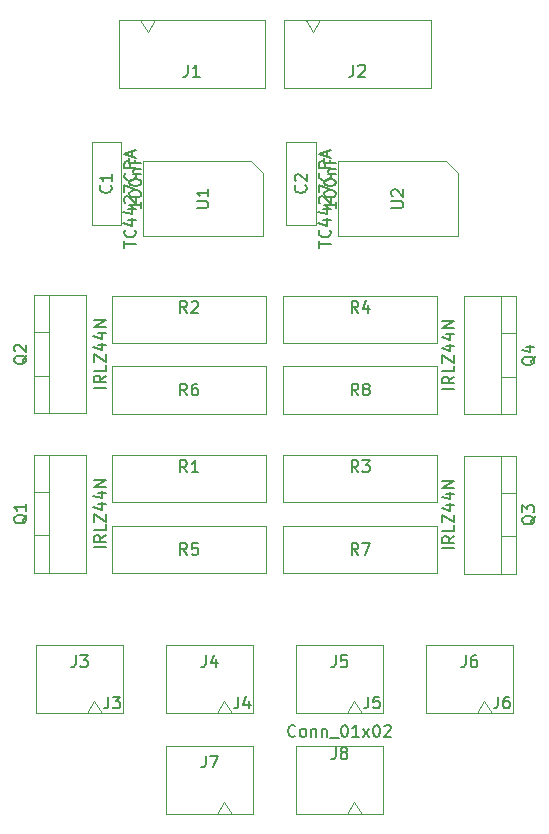
<source format=gbr>
G04 #@! TF.GenerationSoftware,KiCad,Pcbnew,(5.1.10)-1*
G04 #@! TF.CreationDate,2021-12-02T18:44:31+00:00*
G04 #@! TF.ProjectId,hp_led_switch,68705f6c-6564-45f7-9377-697463682e6b,rev?*
G04 #@! TF.SameCoordinates,Original*
G04 #@! TF.FileFunction,Other,Fab,Top*
%FSLAX46Y46*%
G04 Gerber Fmt 4.6, Leading zero omitted, Abs format (unit mm)*
G04 Created by KiCad (PCBNEW (5.1.10)-1) date 2021-12-02 18:44:31*
%MOMM*%
%LPD*%
G01*
G04 APERTURE LIST*
%ADD10C,0.100000*%
%ADD11C,0.150000*%
G04 APERTURE END LIST*
D10*
X133000000Y-76500000D02*
X146000000Y-76500000D01*
X133000000Y-72500000D02*
X133000000Y-76500000D01*
X146000000Y-72500000D02*
X133000000Y-72500000D01*
X146000000Y-76500000D02*
X146000000Y-72500000D01*
X147750000Y-46000000D02*
X147750000Y-53000000D01*
X150250000Y-46000000D02*
X147750000Y-46000000D01*
X150250000Y-53000000D02*
X150250000Y-46000000D01*
X147750000Y-53000000D02*
X150250000Y-53000000D01*
X160500000Y-65000000D02*
X147500000Y-65000000D01*
X160500000Y-69000000D02*
X160500000Y-65000000D01*
X147500000Y-69000000D02*
X160500000Y-69000000D01*
X147500000Y-65000000D02*
X147500000Y-69000000D01*
X131250000Y-46000000D02*
X131250000Y-53000000D01*
X133750000Y-46000000D02*
X131250000Y-46000000D01*
X133750000Y-53000000D02*
X133750000Y-46000000D01*
X131250000Y-53000000D02*
X133750000Y-53000000D01*
X167150000Y-79390000D02*
X165880000Y-79390000D01*
X167150000Y-75690000D02*
X165880000Y-75690000D01*
X165880000Y-72540000D02*
X165880000Y-82540000D01*
X167150000Y-82540000D02*
X167150000Y-72540000D01*
X162750000Y-82540000D02*
X167150000Y-82540000D01*
X162750000Y-72540000D02*
X162750000Y-82540000D01*
X167150000Y-72540000D02*
X162750000Y-72540000D01*
X133000000Y-69000000D02*
X146000000Y-69000000D01*
X133000000Y-65000000D02*
X133000000Y-69000000D01*
X146000000Y-65000000D02*
X133000000Y-65000000D01*
X146000000Y-69000000D02*
X146000000Y-65000000D01*
X160500000Y-78500000D02*
X147500000Y-78500000D01*
X160500000Y-82500000D02*
X160500000Y-78500000D01*
X147500000Y-82500000D02*
X160500000Y-82500000D01*
X147500000Y-78500000D02*
X147500000Y-82500000D01*
X133000000Y-82500000D02*
X146000000Y-82500000D01*
X133000000Y-78500000D02*
X133000000Y-82500000D01*
X146000000Y-78500000D02*
X133000000Y-78500000D01*
X146000000Y-82500000D02*
X146000000Y-78500000D01*
X167150000Y-65890000D02*
X165880000Y-65890000D01*
X167150000Y-62190000D02*
X165880000Y-62190000D01*
X165880000Y-59040000D02*
X165880000Y-69040000D01*
X167150000Y-69040000D02*
X167150000Y-59040000D01*
X162750000Y-69040000D02*
X167150000Y-69040000D01*
X162750000Y-59040000D02*
X162750000Y-69040000D01*
X167150000Y-59040000D02*
X162750000Y-59040000D01*
X126350000Y-62110000D02*
X127620000Y-62110000D01*
X126350000Y-65810000D02*
X127620000Y-65810000D01*
X127620000Y-68960000D02*
X127620000Y-58960000D01*
X126350000Y-58960000D02*
X126350000Y-68960000D01*
X130750000Y-58960000D02*
X126350000Y-58960000D01*
X130750000Y-68960000D02*
X130750000Y-58960000D01*
X126350000Y-68960000D02*
X130750000Y-68960000D01*
X126350000Y-75610000D02*
X127620000Y-75610000D01*
X126350000Y-79310000D02*
X127620000Y-79310000D01*
X127620000Y-82460000D02*
X127620000Y-72460000D01*
X126350000Y-72460000D02*
X126350000Y-82460000D01*
X130750000Y-72460000D02*
X126350000Y-72460000D01*
X130750000Y-82460000D02*
X130750000Y-72460000D01*
X126350000Y-82460000D02*
X130750000Y-82460000D01*
X144770000Y-47635000D02*
X145770000Y-48635000D01*
X135610000Y-47635000D02*
X144770000Y-47635000D01*
X135610000Y-53985000D02*
X135610000Y-47635000D01*
X145770000Y-53985000D02*
X135610000Y-53985000D01*
X145770000Y-48635000D02*
X145770000Y-53985000D01*
X161270000Y-47635000D02*
X162270000Y-48635000D01*
X152110000Y-47635000D02*
X161270000Y-47635000D01*
X152110000Y-53985000D02*
X152110000Y-47635000D01*
X162270000Y-53985000D02*
X152110000Y-53985000D01*
X162270000Y-48635000D02*
X162270000Y-53985000D01*
X153500000Y-101850000D02*
X152875000Y-102850000D01*
X154125000Y-102850000D02*
X153500000Y-101850000D01*
X148550000Y-102850000D02*
X155950000Y-102850000D01*
X148550000Y-97100000D02*
X148550000Y-102850000D01*
X155950000Y-97100000D02*
X148550000Y-97100000D01*
X155950000Y-102850000D02*
X155950000Y-97100000D01*
X164500000Y-93350000D02*
X163875000Y-94350000D01*
X165125000Y-94350000D02*
X164500000Y-93350000D01*
X159550000Y-94350000D02*
X166950000Y-94350000D01*
X159550000Y-88600000D02*
X159550000Y-94350000D01*
X166950000Y-88600000D02*
X159550000Y-88600000D01*
X166950000Y-94350000D02*
X166950000Y-88600000D01*
X160500000Y-72500000D02*
X147500000Y-72500000D01*
X160500000Y-76500000D02*
X160500000Y-72500000D01*
X147500000Y-76500000D02*
X160500000Y-76500000D01*
X147500000Y-72500000D02*
X147500000Y-76500000D01*
X133000000Y-63000000D02*
X146000000Y-63000000D01*
X133000000Y-59000000D02*
X133000000Y-63000000D01*
X146000000Y-59000000D02*
X133000000Y-59000000D01*
X146000000Y-63000000D02*
X146000000Y-59000000D01*
X160500000Y-59000000D02*
X147500000Y-59000000D01*
X160500000Y-63000000D02*
X160500000Y-59000000D01*
X147500000Y-63000000D02*
X160500000Y-63000000D01*
X147500000Y-59000000D02*
X147500000Y-63000000D01*
X144950000Y-102850000D02*
X144950000Y-97100000D01*
X144950000Y-97100000D02*
X137550000Y-97100000D01*
X137550000Y-97100000D02*
X137550000Y-102850000D01*
X137550000Y-102850000D02*
X144950000Y-102850000D01*
X143125000Y-102850000D02*
X142500000Y-101850000D01*
X142500000Y-101850000D02*
X141875000Y-102850000D01*
X142500000Y-93350000D02*
X141875000Y-94350000D01*
X143125000Y-94350000D02*
X142500000Y-93350000D01*
X137550000Y-94350000D02*
X144950000Y-94350000D01*
X137550000Y-88600000D02*
X137550000Y-94350000D01*
X144950000Y-88600000D02*
X137550000Y-88600000D01*
X144950000Y-94350000D02*
X144950000Y-88600000D01*
X153500000Y-93350000D02*
X152875000Y-94350000D01*
X154125000Y-94350000D02*
X153500000Y-93350000D01*
X148550000Y-94350000D02*
X155950000Y-94350000D01*
X148550000Y-88600000D02*
X148550000Y-94350000D01*
X155950000Y-88600000D02*
X148550000Y-88600000D01*
X155950000Y-94350000D02*
X155950000Y-88600000D01*
X131500000Y-93350000D02*
X130875000Y-94350000D01*
X132125000Y-94350000D02*
X131500000Y-93350000D01*
X126550000Y-94350000D02*
X133950000Y-94350000D01*
X126550000Y-88600000D02*
X126550000Y-94350000D01*
X133950000Y-88600000D02*
X126550000Y-88600000D01*
X133950000Y-94350000D02*
X133950000Y-88600000D01*
X147550000Y-35650000D02*
X147550000Y-41400000D01*
X147550000Y-41400000D02*
X159950000Y-41400000D01*
X159950000Y-41400000D02*
X159950000Y-35650000D01*
X159950000Y-35650000D02*
X147550000Y-35650000D01*
X149375000Y-35650000D02*
X150000000Y-36650000D01*
X150000000Y-36650000D02*
X150625000Y-35650000D01*
X133550000Y-35650000D02*
X133550000Y-41400000D01*
X133550000Y-41400000D02*
X145950000Y-41400000D01*
X145950000Y-41400000D02*
X145950000Y-35650000D01*
X145950000Y-35650000D02*
X133550000Y-35650000D01*
X135375000Y-35650000D02*
X136000000Y-36650000D01*
X136000000Y-36650000D02*
X136625000Y-35650000D01*
D11*
X139333333Y-73952380D02*
X139000000Y-73476190D01*
X138761904Y-73952380D02*
X138761904Y-72952380D01*
X139142857Y-72952380D01*
X139238095Y-73000000D01*
X139285714Y-73047619D01*
X139333333Y-73142857D01*
X139333333Y-73285714D01*
X139285714Y-73380952D01*
X139238095Y-73428571D01*
X139142857Y-73476190D01*
X138761904Y-73476190D01*
X140285714Y-73952380D02*
X139714285Y-73952380D01*
X140000000Y-73952380D02*
X140000000Y-72952380D01*
X139904761Y-73095238D01*
X139809523Y-73190476D01*
X139714285Y-73238095D01*
X151952380Y-51047619D02*
X151952380Y-51619047D01*
X151952380Y-51333333D02*
X150952380Y-51333333D01*
X151095238Y-51428571D01*
X151190476Y-51523809D01*
X151238095Y-51619047D01*
X150952380Y-50428571D02*
X150952380Y-50333333D01*
X151000000Y-50238095D01*
X151047619Y-50190476D01*
X151142857Y-50142857D01*
X151333333Y-50095238D01*
X151571428Y-50095238D01*
X151761904Y-50142857D01*
X151857142Y-50190476D01*
X151904761Y-50238095D01*
X151952380Y-50333333D01*
X151952380Y-50428571D01*
X151904761Y-50523809D01*
X151857142Y-50571428D01*
X151761904Y-50619047D01*
X151571428Y-50666666D01*
X151333333Y-50666666D01*
X151142857Y-50619047D01*
X151047619Y-50571428D01*
X151000000Y-50523809D01*
X150952380Y-50428571D01*
X150952380Y-49476190D02*
X150952380Y-49380952D01*
X151000000Y-49285714D01*
X151047619Y-49238095D01*
X151142857Y-49190476D01*
X151333333Y-49142857D01*
X151571428Y-49142857D01*
X151761904Y-49190476D01*
X151857142Y-49238095D01*
X151904761Y-49285714D01*
X151952380Y-49380952D01*
X151952380Y-49476190D01*
X151904761Y-49571428D01*
X151857142Y-49619047D01*
X151761904Y-49666666D01*
X151571428Y-49714285D01*
X151333333Y-49714285D01*
X151142857Y-49666666D01*
X151047619Y-49619047D01*
X151000000Y-49571428D01*
X150952380Y-49476190D01*
X151285714Y-48714285D02*
X151952380Y-48714285D01*
X151380952Y-48714285D02*
X151333333Y-48666666D01*
X151285714Y-48571428D01*
X151285714Y-48428571D01*
X151333333Y-48333333D01*
X151428571Y-48285714D01*
X151952380Y-48285714D01*
X151428571Y-47476190D02*
X151428571Y-47809523D01*
X151952380Y-47809523D02*
X150952380Y-47809523D01*
X150952380Y-47333333D01*
X149357142Y-49666666D02*
X149404761Y-49714285D01*
X149452380Y-49857142D01*
X149452380Y-49952380D01*
X149404761Y-50095238D01*
X149309523Y-50190476D01*
X149214285Y-50238095D01*
X149023809Y-50285714D01*
X148880952Y-50285714D01*
X148690476Y-50238095D01*
X148595238Y-50190476D01*
X148500000Y-50095238D01*
X148452380Y-49952380D01*
X148452380Y-49857142D01*
X148500000Y-49714285D01*
X148547619Y-49666666D01*
X148547619Y-49285714D02*
X148500000Y-49238095D01*
X148452380Y-49142857D01*
X148452380Y-48904761D01*
X148500000Y-48809523D01*
X148547619Y-48761904D01*
X148642857Y-48714285D01*
X148738095Y-48714285D01*
X148880952Y-48761904D01*
X149452380Y-49333333D01*
X149452380Y-48714285D01*
X153833333Y-67452380D02*
X153500000Y-66976190D01*
X153261904Y-67452380D02*
X153261904Y-66452380D01*
X153642857Y-66452380D01*
X153738095Y-66500000D01*
X153785714Y-66547619D01*
X153833333Y-66642857D01*
X153833333Y-66785714D01*
X153785714Y-66880952D01*
X153738095Y-66928571D01*
X153642857Y-66976190D01*
X153261904Y-66976190D01*
X154404761Y-66880952D02*
X154309523Y-66833333D01*
X154261904Y-66785714D01*
X154214285Y-66690476D01*
X154214285Y-66642857D01*
X154261904Y-66547619D01*
X154309523Y-66500000D01*
X154404761Y-66452380D01*
X154595238Y-66452380D01*
X154690476Y-66500000D01*
X154738095Y-66547619D01*
X154785714Y-66642857D01*
X154785714Y-66690476D01*
X154738095Y-66785714D01*
X154690476Y-66833333D01*
X154595238Y-66880952D01*
X154404761Y-66880952D01*
X154309523Y-66928571D01*
X154261904Y-66976190D01*
X154214285Y-67071428D01*
X154214285Y-67261904D01*
X154261904Y-67357142D01*
X154309523Y-67404761D01*
X154404761Y-67452380D01*
X154595238Y-67452380D01*
X154690476Y-67404761D01*
X154738095Y-67357142D01*
X154785714Y-67261904D01*
X154785714Y-67071428D01*
X154738095Y-66976190D01*
X154690476Y-66928571D01*
X154595238Y-66880952D01*
X135452380Y-51047619D02*
X135452380Y-51619047D01*
X135452380Y-51333333D02*
X134452380Y-51333333D01*
X134595238Y-51428571D01*
X134690476Y-51523809D01*
X134738095Y-51619047D01*
X134452380Y-50428571D02*
X134452380Y-50333333D01*
X134500000Y-50238095D01*
X134547619Y-50190476D01*
X134642857Y-50142857D01*
X134833333Y-50095238D01*
X135071428Y-50095238D01*
X135261904Y-50142857D01*
X135357142Y-50190476D01*
X135404761Y-50238095D01*
X135452380Y-50333333D01*
X135452380Y-50428571D01*
X135404761Y-50523809D01*
X135357142Y-50571428D01*
X135261904Y-50619047D01*
X135071428Y-50666666D01*
X134833333Y-50666666D01*
X134642857Y-50619047D01*
X134547619Y-50571428D01*
X134500000Y-50523809D01*
X134452380Y-50428571D01*
X134452380Y-49476190D02*
X134452380Y-49380952D01*
X134500000Y-49285714D01*
X134547619Y-49238095D01*
X134642857Y-49190476D01*
X134833333Y-49142857D01*
X135071428Y-49142857D01*
X135261904Y-49190476D01*
X135357142Y-49238095D01*
X135404761Y-49285714D01*
X135452380Y-49380952D01*
X135452380Y-49476190D01*
X135404761Y-49571428D01*
X135357142Y-49619047D01*
X135261904Y-49666666D01*
X135071428Y-49714285D01*
X134833333Y-49714285D01*
X134642857Y-49666666D01*
X134547619Y-49619047D01*
X134500000Y-49571428D01*
X134452380Y-49476190D01*
X134785714Y-48714285D02*
X135452380Y-48714285D01*
X134880952Y-48714285D02*
X134833333Y-48666666D01*
X134785714Y-48571428D01*
X134785714Y-48428571D01*
X134833333Y-48333333D01*
X134928571Y-48285714D01*
X135452380Y-48285714D01*
X134928571Y-47476190D02*
X134928571Y-47809523D01*
X135452380Y-47809523D02*
X134452380Y-47809523D01*
X134452380Y-47333333D01*
X132857142Y-49666666D02*
X132904761Y-49714285D01*
X132952380Y-49857142D01*
X132952380Y-49952380D01*
X132904761Y-50095238D01*
X132809523Y-50190476D01*
X132714285Y-50238095D01*
X132523809Y-50285714D01*
X132380952Y-50285714D01*
X132190476Y-50238095D01*
X132095238Y-50190476D01*
X132000000Y-50095238D01*
X131952380Y-49952380D01*
X131952380Y-49857142D01*
X132000000Y-49714285D01*
X132047619Y-49666666D01*
X132952380Y-48714285D02*
X132952380Y-49285714D01*
X132952380Y-49000000D02*
X131952380Y-49000000D01*
X132095238Y-49095238D01*
X132190476Y-49190476D01*
X132238095Y-49285714D01*
X161952380Y-80397142D02*
X160952380Y-80397142D01*
X161952380Y-79349523D02*
X161476190Y-79682857D01*
X161952380Y-79920952D02*
X160952380Y-79920952D01*
X160952380Y-79540000D01*
X161000000Y-79444761D01*
X161047619Y-79397142D01*
X161142857Y-79349523D01*
X161285714Y-79349523D01*
X161380952Y-79397142D01*
X161428571Y-79444761D01*
X161476190Y-79540000D01*
X161476190Y-79920952D01*
X161952380Y-78444761D02*
X161952380Y-78920952D01*
X160952380Y-78920952D01*
X160952380Y-78206666D02*
X160952380Y-77540000D01*
X161952380Y-78206666D01*
X161952380Y-77540000D01*
X161285714Y-76730476D02*
X161952380Y-76730476D01*
X160904761Y-76968571D02*
X161619047Y-77206666D01*
X161619047Y-76587619D01*
X161285714Y-75778095D02*
X161952380Y-75778095D01*
X160904761Y-76016190D02*
X161619047Y-76254285D01*
X161619047Y-75635238D01*
X161952380Y-75254285D02*
X160952380Y-75254285D01*
X161952380Y-74682857D01*
X160952380Y-74682857D01*
X168817619Y-77635238D02*
X168770000Y-77730476D01*
X168674761Y-77825714D01*
X168531904Y-77968571D01*
X168484285Y-78063809D01*
X168484285Y-78159047D01*
X168722380Y-78111428D02*
X168674761Y-78206666D01*
X168579523Y-78301904D01*
X168389047Y-78349523D01*
X168055714Y-78349523D01*
X167865238Y-78301904D01*
X167770000Y-78206666D01*
X167722380Y-78111428D01*
X167722380Y-77920952D01*
X167770000Y-77825714D01*
X167865238Y-77730476D01*
X168055714Y-77682857D01*
X168389047Y-77682857D01*
X168579523Y-77730476D01*
X168674761Y-77825714D01*
X168722380Y-77920952D01*
X168722380Y-78111428D01*
X167722380Y-77349523D02*
X167722380Y-76730476D01*
X168103333Y-77063809D01*
X168103333Y-76920952D01*
X168150952Y-76825714D01*
X168198571Y-76778095D01*
X168293809Y-76730476D01*
X168531904Y-76730476D01*
X168627142Y-76778095D01*
X168674761Y-76825714D01*
X168722380Y-76920952D01*
X168722380Y-77206666D01*
X168674761Y-77301904D01*
X168627142Y-77349523D01*
X139333333Y-67452380D02*
X139000000Y-66976190D01*
X138761904Y-67452380D02*
X138761904Y-66452380D01*
X139142857Y-66452380D01*
X139238095Y-66500000D01*
X139285714Y-66547619D01*
X139333333Y-66642857D01*
X139333333Y-66785714D01*
X139285714Y-66880952D01*
X139238095Y-66928571D01*
X139142857Y-66976190D01*
X138761904Y-66976190D01*
X140190476Y-66452380D02*
X140000000Y-66452380D01*
X139904761Y-66500000D01*
X139857142Y-66547619D01*
X139761904Y-66690476D01*
X139714285Y-66880952D01*
X139714285Y-67261904D01*
X139761904Y-67357142D01*
X139809523Y-67404761D01*
X139904761Y-67452380D01*
X140095238Y-67452380D01*
X140190476Y-67404761D01*
X140238095Y-67357142D01*
X140285714Y-67261904D01*
X140285714Y-67023809D01*
X140238095Y-66928571D01*
X140190476Y-66880952D01*
X140095238Y-66833333D01*
X139904761Y-66833333D01*
X139809523Y-66880952D01*
X139761904Y-66928571D01*
X139714285Y-67023809D01*
X153833333Y-80952380D02*
X153500000Y-80476190D01*
X153261904Y-80952380D02*
X153261904Y-79952380D01*
X153642857Y-79952380D01*
X153738095Y-80000000D01*
X153785714Y-80047619D01*
X153833333Y-80142857D01*
X153833333Y-80285714D01*
X153785714Y-80380952D01*
X153738095Y-80428571D01*
X153642857Y-80476190D01*
X153261904Y-80476190D01*
X154166666Y-79952380D02*
X154833333Y-79952380D01*
X154404761Y-80952380D01*
X139333333Y-80952380D02*
X139000000Y-80476190D01*
X138761904Y-80952380D02*
X138761904Y-79952380D01*
X139142857Y-79952380D01*
X139238095Y-80000000D01*
X139285714Y-80047619D01*
X139333333Y-80142857D01*
X139333333Y-80285714D01*
X139285714Y-80380952D01*
X139238095Y-80428571D01*
X139142857Y-80476190D01*
X138761904Y-80476190D01*
X140238095Y-79952380D02*
X139761904Y-79952380D01*
X139714285Y-80428571D01*
X139761904Y-80380952D01*
X139857142Y-80333333D01*
X140095238Y-80333333D01*
X140190476Y-80380952D01*
X140238095Y-80428571D01*
X140285714Y-80523809D01*
X140285714Y-80761904D01*
X140238095Y-80857142D01*
X140190476Y-80904761D01*
X140095238Y-80952380D01*
X139857142Y-80952380D01*
X139761904Y-80904761D01*
X139714285Y-80857142D01*
X161952380Y-66897142D02*
X160952380Y-66897142D01*
X161952380Y-65849523D02*
X161476190Y-66182857D01*
X161952380Y-66420952D02*
X160952380Y-66420952D01*
X160952380Y-66040000D01*
X161000000Y-65944761D01*
X161047619Y-65897142D01*
X161142857Y-65849523D01*
X161285714Y-65849523D01*
X161380952Y-65897142D01*
X161428571Y-65944761D01*
X161476190Y-66040000D01*
X161476190Y-66420952D01*
X161952380Y-64944761D02*
X161952380Y-65420952D01*
X160952380Y-65420952D01*
X160952380Y-64706666D02*
X160952380Y-64040000D01*
X161952380Y-64706666D01*
X161952380Y-64040000D01*
X161285714Y-63230476D02*
X161952380Y-63230476D01*
X160904761Y-63468571D02*
X161619047Y-63706666D01*
X161619047Y-63087619D01*
X161285714Y-62278095D02*
X161952380Y-62278095D01*
X160904761Y-62516190D02*
X161619047Y-62754285D01*
X161619047Y-62135238D01*
X161952380Y-61754285D02*
X160952380Y-61754285D01*
X161952380Y-61182857D01*
X160952380Y-61182857D01*
X168817619Y-64135238D02*
X168770000Y-64230476D01*
X168674761Y-64325714D01*
X168531904Y-64468571D01*
X168484285Y-64563809D01*
X168484285Y-64659047D01*
X168722380Y-64611428D02*
X168674761Y-64706666D01*
X168579523Y-64801904D01*
X168389047Y-64849523D01*
X168055714Y-64849523D01*
X167865238Y-64801904D01*
X167770000Y-64706666D01*
X167722380Y-64611428D01*
X167722380Y-64420952D01*
X167770000Y-64325714D01*
X167865238Y-64230476D01*
X168055714Y-64182857D01*
X168389047Y-64182857D01*
X168579523Y-64230476D01*
X168674761Y-64325714D01*
X168722380Y-64420952D01*
X168722380Y-64611428D01*
X168055714Y-63325714D02*
X168722380Y-63325714D01*
X167674761Y-63563809D02*
X168389047Y-63801904D01*
X168389047Y-63182857D01*
X132452380Y-66817142D02*
X131452380Y-66817142D01*
X132452380Y-65769523D02*
X131976190Y-66102857D01*
X132452380Y-66340952D02*
X131452380Y-66340952D01*
X131452380Y-65960000D01*
X131500000Y-65864761D01*
X131547619Y-65817142D01*
X131642857Y-65769523D01*
X131785714Y-65769523D01*
X131880952Y-65817142D01*
X131928571Y-65864761D01*
X131976190Y-65960000D01*
X131976190Y-66340952D01*
X132452380Y-64864761D02*
X132452380Y-65340952D01*
X131452380Y-65340952D01*
X131452380Y-64626666D02*
X131452380Y-63960000D01*
X132452380Y-64626666D01*
X132452380Y-63960000D01*
X131785714Y-63150476D02*
X132452380Y-63150476D01*
X131404761Y-63388571D02*
X132119047Y-63626666D01*
X132119047Y-63007619D01*
X131785714Y-62198095D02*
X132452380Y-62198095D01*
X131404761Y-62436190D02*
X132119047Y-62674285D01*
X132119047Y-62055238D01*
X132452380Y-61674285D02*
X131452380Y-61674285D01*
X132452380Y-61102857D01*
X131452380Y-61102857D01*
X125777619Y-64055238D02*
X125730000Y-64150476D01*
X125634761Y-64245714D01*
X125491904Y-64388571D01*
X125444285Y-64483809D01*
X125444285Y-64579047D01*
X125682380Y-64531428D02*
X125634761Y-64626666D01*
X125539523Y-64721904D01*
X125349047Y-64769523D01*
X125015714Y-64769523D01*
X124825238Y-64721904D01*
X124730000Y-64626666D01*
X124682380Y-64531428D01*
X124682380Y-64340952D01*
X124730000Y-64245714D01*
X124825238Y-64150476D01*
X125015714Y-64102857D01*
X125349047Y-64102857D01*
X125539523Y-64150476D01*
X125634761Y-64245714D01*
X125682380Y-64340952D01*
X125682380Y-64531428D01*
X124777619Y-63721904D02*
X124730000Y-63674285D01*
X124682380Y-63579047D01*
X124682380Y-63340952D01*
X124730000Y-63245714D01*
X124777619Y-63198095D01*
X124872857Y-63150476D01*
X124968095Y-63150476D01*
X125110952Y-63198095D01*
X125682380Y-63769523D01*
X125682380Y-63150476D01*
X132452380Y-80317142D02*
X131452380Y-80317142D01*
X132452380Y-79269523D02*
X131976190Y-79602857D01*
X132452380Y-79840952D02*
X131452380Y-79840952D01*
X131452380Y-79460000D01*
X131500000Y-79364761D01*
X131547619Y-79317142D01*
X131642857Y-79269523D01*
X131785714Y-79269523D01*
X131880952Y-79317142D01*
X131928571Y-79364761D01*
X131976190Y-79460000D01*
X131976190Y-79840952D01*
X132452380Y-78364761D02*
X132452380Y-78840952D01*
X131452380Y-78840952D01*
X131452380Y-78126666D02*
X131452380Y-77460000D01*
X132452380Y-78126666D01*
X132452380Y-77460000D01*
X131785714Y-76650476D02*
X132452380Y-76650476D01*
X131404761Y-76888571D02*
X132119047Y-77126666D01*
X132119047Y-76507619D01*
X131785714Y-75698095D02*
X132452380Y-75698095D01*
X131404761Y-75936190D02*
X132119047Y-76174285D01*
X132119047Y-75555238D01*
X132452380Y-75174285D02*
X131452380Y-75174285D01*
X132452380Y-74602857D01*
X131452380Y-74602857D01*
X125777619Y-77555238D02*
X125730000Y-77650476D01*
X125634761Y-77745714D01*
X125491904Y-77888571D01*
X125444285Y-77983809D01*
X125444285Y-78079047D01*
X125682380Y-78031428D02*
X125634761Y-78126666D01*
X125539523Y-78221904D01*
X125349047Y-78269523D01*
X125015714Y-78269523D01*
X124825238Y-78221904D01*
X124730000Y-78126666D01*
X124682380Y-78031428D01*
X124682380Y-77840952D01*
X124730000Y-77745714D01*
X124825238Y-77650476D01*
X125015714Y-77602857D01*
X125349047Y-77602857D01*
X125539523Y-77650476D01*
X125634761Y-77745714D01*
X125682380Y-77840952D01*
X125682380Y-78031428D01*
X125682380Y-76650476D02*
X125682380Y-77221904D01*
X125682380Y-76936190D02*
X124682380Y-76936190D01*
X124825238Y-77031428D01*
X124920476Y-77126666D01*
X124968095Y-77221904D01*
X134002380Y-54929047D02*
X134002380Y-54357619D01*
X135002380Y-54643333D02*
X134002380Y-54643333D01*
X134907142Y-53452857D02*
X134954761Y-53500476D01*
X135002380Y-53643333D01*
X135002380Y-53738571D01*
X134954761Y-53881428D01*
X134859523Y-53976666D01*
X134764285Y-54024285D01*
X134573809Y-54071904D01*
X134430952Y-54071904D01*
X134240476Y-54024285D01*
X134145238Y-53976666D01*
X134050000Y-53881428D01*
X134002380Y-53738571D01*
X134002380Y-53643333D01*
X134050000Y-53500476D01*
X134097619Y-53452857D01*
X134335714Y-52595714D02*
X135002380Y-52595714D01*
X133954761Y-52833809D02*
X134669047Y-53071904D01*
X134669047Y-52452857D01*
X134335714Y-51643333D02*
X135002380Y-51643333D01*
X133954761Y-51881428D02*
X134669047Y-52119523D01*
X134669047Y-51500476D01*
X134097619Y-51167142D02*
X134050000Y-51119523D01*
X134002380Y-51024285D01*
X134002380Y-50786190D01*
X134050000Y-50690952D01*
X134097619Y-50643333D01*
X134192857Y-50595714D01*
X134288095Y-50595714D01*
X134430952Y-50643333D01*
X135002380Y-51214761D01*
X135002380Y-50595714D01*
X134002380Y-50262380D02*
X134002380Y-49595714D01*
X135002380Y-50024285D01*
X134907142Y-48643333D02*
X134954761Y-48690952D01*
X135002380Y-48833809D01*
X135002380Y-48929047D01*
X134954761Y-49071904D01*
X134859523Y-49167142D01*
X134764285Y-49214761D01*
X134573809Y-49262380D01*
X134430952Y-49262380D01*
X134240476Y-49214761D01*
X134145238Y-49167142D01*
X134050000Y-49071904D01*
X134002380Y-48929047D01*
X134002380Y-48833809D01*
X134050000Y-48690952D01*
X134097619Y-48643333D01*
X135002380Y-48214761D02*
X134002380Y-48214761D01*
X134002380Y-47833809D01*
X134050000Y-47738571D01*
X134097619Y-47690952D01*
X134192857Y-47643333D01*
X134335714Y-47643333D01*
X134430952Y-47690952D01*
X134478571Y-47738571D01*
X134526190Y-47833809D01*
X134526190Y-48214761D01*
X134716666Y-47262380D02*
X134716666Y-46786190D01*
X135002380Y-47357619D02*
X134002380Y-47024285D01*
X135002380Y-46690952D01*
X140142380Y-51571904D02*
X140951904Y-51571904D01*
X141047142Y-51524285D01*
X141094761Y-51476666D01*
X141142380Y-51381428D01*
X141142380Y-51190952D01*
X141094761Y-51095714D01*
X141047142Y-51048095D01*
X140951904Y-51000476D01*
X140142380Y-51000476D01*
X141142380Y-50000476D02*
X141142380Y-50571904D01*
X141142380Y-50286190D02*
X140142380Y-50286190D01*
X140285238Y-50381428D01*
X140380476Y-50476666D01*
X140428095Y-50571904D01*
X150502380Y-54929047D02*
X150502380Y-54357619D01*
X151502380Y-54643333D02*
X150502380Y-54643333D01*
X151407142Y-53452857D02*
X151454761Y-53500476D01*
X151502380Y-53643333D01*
X151502380Y-53738571D01*
X151454761Y-53881428D01*
X151359523Y-53976666D01*
X151264285Y-54024285D01*
X151073809Y-54071904D01*
X150930952Y-54071904D01*
X150740476Y-54024285D01*
X150645238Y-53976666D01*
X150550000Y-53881428D01*
X150502380Y-53738571D01*
X150502380Y-53643333D01*
X150550000Y-53500476D01*
X150597619Y-53452857D01*
X150835714Y-52595714D02*
X151502380Y-52595714D01*
X150454761Y-52833809D02*
X151169047Y-53071904D01*
X151169047Y-52452857D01*
X150835714Y-51643333D02*
X151502380Y-51643333D01*
X150454761Y-51881428D02*
X151169047Y-52119523D01*
X151169047Y-51500476D01*
X150597619Y-51167142D02*
X150550000Y-51119523D01*
X150502380Y-51024285D01*
X150502380Y-50786190D01*
X150550000Y-50690952D01*
X150597619Y-50643333D01*
X150692857Y-50595714D01*
X150788095Y-50595714D01*
X150930952Y-50643333D01*
X151502380Y-51214761D01*
X151502380Y-50595714D01*
X150502380Y-50262380D02*
X150502380Y-49595714D01*
X151502380Y-50024285D01*
X151407142Y-48643333D02*
X151454761Y-48690952D01*
X151502380Y-48833809D01*
X151502380Y-48929047D01*
X151454761Y-49071904D01*
X151359523Y-49167142D01*
X151264285Y-49214761D01*
X151073809Y-49262380D01*
X150930952Y-49262380D01*
X150740476Y-49214761D01*
X150645238Y-49167142D01*
X150550000Y-49071904D01*
X150502380Y-48929047D01*
X150502380Y-48833809D01*
X150550000Y-48690952D01*
X150597619Y-48643333D01*
X151502380Y-48214761D02*
X150502380Y-48214761D01*
X150502380Y-47833809D01*
X150550000Y-47738571D01*
X150597619Y-47690952D01*
X150692857Y-47643333D01*
X150835714Y-47643333D01*
X150930952Y-47690952D01*
X150978571Y-47738571D01*
X151026190Y-47833809D01*
X151026190Y-48214761D01*
X151216666Y-47262380D02*
X151216666Y-46786190D01*
X151502380Y-47357619D02*
X150502380Y-47024285D01*
X151502380Y-46690952D01*
X156642380Y-51571904D02*
X157451904Y-51571904D01*
X157547142Y-51524285D01*
X157594761Y-51476666D01*
X157642380Y-51381428D01*
X157642380Y-51190952D01*
X157594761Y-51095714D01*
X157547142Y-51048095D01*
X157451904Y-51000476D01*
X156642380Y-51000476D01*
X156737619Y-50571904D02*
X156690000Y-50524285D01*
X156642380Y-50429047D01*
X156642380Y-50190952D01*
X156690000Y-50095714D01*
X156737619Y-50048095D01*
X156832857Y-50000476D01*
X156928095Y-50000476D01*
X157070952Y-50048095D01*
X157642380Y-50619523D01*
X157642380Y-50000476D01*
X148511904Y-96257142D02*
X148464285Y-96304761D01*
X148321428Y-96352380D01*
X148226190Y-96352380D01*
X148083333Y-96304761D01*
X147988095Y-96209523D01*
X147940476Y-96114285D01*
X147892857Y-95923809D01*
X147892857Y-95780952D01*
X147940476Y-95590476D01*
X147988095Y-95495238D01*
X148083333Y-95400000D01*
X148226190Y-95352380D01*
X148321428Y-95352380D01*
X148464285Y-95400000D01*
X148511904Y-95447619D01*
X149083333Y-96352380D02*
X148988095Y-96304761D01*
X148940476Y-96257142D01*
X148892857Y-96161904D01*
X148892857Y-95876190D01*
X148940476Y-95780952D01*
X148988095Y-95733333D01*
X149083333Y-95685714D01*
X149226190Y-95685714D01*
X149321428Y-95733333D01*
X149369047Y-95780952D01*
X149416666Y-95876190D01*
X149416666Y-96161904D01*
X149369047Y-96257142D01*
X149321428Y-96304761D01*
X149226190Y-96352380D01*
X149083333Y-96352380D01*
X149845238Y-95685714D02*
X149845238Y-96352380D01*
X149845238Y-95780952D02*
X149892857Y-95733333D01*
X149988095Y-95685714D01*
X150130952Y-95685714D01*
X150226190Y-95733333D01*
X150273809Y-95828571D01*
X150273809Y-96352380D01*
X150750000Y-95685714D02*
X150750000Y-96352380D01*
X150750000Y-95780952D02*
X150797619Y-95733333D01*
X150892857Y-95685714D01*
X151035714Y-95685714D01*
X151130952Y-95733333D01*
X151178571Y-95828571D01*
X151178571Y-96352380D01*
X151416666Y-96447619D02*
X152178571Y-96447619D01*
X152607142Y-95352380D02*
X152702380Y-95352380D01*
X152797619Y-95400000D01*
X152845238Y-95447619D01*
X152892857Y-95542857D01*
X152940476Y-95733333D01*
X152940476Y-95971428D01*
X152892857Y-96161904D01*
X152845238Y-96257142D01*
X152797619Y-96304761D01*
X152702380Y-96352380D01*
X152607142Y-96352380D01*
X152511904Y-96304761D01*
X152464285Y-96257142D01*
X152416666Y-96161904D01*
X152369047Y-95971428D01*
X152369047Y-95733333D01*
X152416666Y-95542857D01*
X152464285Y-95447619D01*
X152511904Y-95400000D01*
X152607142Y-95352380D01*
X153892857Y-96352380D02*
X153321428Y-96352380D01*
X153607142Y-96352380D02*
X153607142Y-95352380D01*
X153511904Y-95495238D01*
X153416666Y-95590476D01*
X153321428Y-95638095D01*
X154226190Y-96352380D02*
X154750000Y-95685714D01*
X154226190Y-95685714D02*
X154750000Y-96352380D01*
X155321428Y-95352380D02*
X155416666Y-95352380D01*
X155511904Y-95400000D01*
X155559523Y-95447619D01*
X155607142Y-95542857D01*
X155654761Y-95733333D01*
X155654761Y-95971428D01*
X155607142Y-96161904D01*
X155559523Y-96257142D01*
X155511904Y-96304761D01*
X155416666Y-96352380D01*
X155321428Y-96352380D01*
X155226190Y-96304761D01*
X155178571Y-96257142D01*
X155130952Y-96161904D01*
X155083333Y-95971428D01*
X155083333Y-95733333D01*
X155130952Y-95542857D01*
X155178571Y-95447619D01*
X155226190Y-95400000D01*
X155321428Y-95352380D01*
X156035714Y-95447619D02*
X156083333Y-95400000D01*
X156178571Y-95352380D01*
X156416666Y-95352380D01*
X156511904Y-95400000D01*
X156559523Y-95447619D01*
X156607142Y-95542857D01*
X156607142Y-95638095D01*
X156559523Y-95780952D01*
X155988095Y-96352380D01*
X156607142Y-96352380D01*
X151916666Y-97252380D02*
X151916666Y-97966666D01*
X151869047Y-98109523D01*
X151773809Y-98204761D01*
X151630952Y-98252380D01*
X151535714Y-98252380D01*
X152535714Y-97680952D02*
X152440476Y-97633333D01*
X152392857Y-97585714D01*
X152345238Y-97490476D01*
X152345238Y-97442857D01*
X152392857Y-97347619D01*
X152440476Y-97300000D01*
X152535714Y-97252380D01*
X152726190Y-97252380D01*
X152821428Y-97300000D01*
X152869047Y-97347619D01*
X152916666Y-97442857D01*
X152916666Y-97490476D01*
X152869047Y-97585714D01*
X152821428Y-97633333D01*
X152726190Y-97680952D01*
X152535714Y-97680952D01*
X152440476Y-97728571D01*
X152392857Y-97776190D01*
X152345238Y-97871428D01*
X152345238Y-98061904D01*
X152392857Y-98157142D01*
X152440476Y-98204761D01*
X152535714Y-98252380D01*
X152726190Y-98252380D01*
X152821428Y-98204761D01*
X152869047Y-98157142D01*
X152916666Y-98061904D01*
X152916666Y-97871428D01*
X152869047Y-97776190D01*
X152821428Y-97728571D01*
X152726190Y-97680952D01*
X165666666Y-92952380D02*
X165666666Y-93666666D01*
X165619047Y-93809523D01*
X165523809Y-93904761D01*
X165380952Y-93952380D01*
X165285714Y-93952380D01*
X166571428Y-92952380D02*
X166380952Y-92952380D01*
X166285714Y-93000000D01*
X166238095Y-93047619D01*
X166142857Y-93190476D01*
X166095238Y-93380952D01*
X166095238Y-93761904D01*
X166142857Y-93857142D01*
X166190476Y-93904761D01*
X166285714Y-93952380D01*
X166476190Y-93952380D01*
X166571428Y-93904761D01*
X166619047Y-93857142D01*
X166666666Y-93761904D01*
X166666666Y-93523809D01*
X166619047Y-93428571D01*
X166571428Y-93380952D01*
X166476190Y-93333333D01*
X166285714Y-93333333D01*
X166190476Y-93380952D01*
X166142857Y-93428571D01*
X166095238Y-93523809D01*
X162916666Y-89452380D02*
X162916666Y-90166666D01*
X162869047Y-90309523D01*
X162773809Y-90404761D01*
X162630952Y-90452380D01*
X162535714Y-90452380D01*
X163821428Y-89452380D02*
X163630952Y-89452380D01*
X163535714Y-89500000D01*
X163488095Y-89547619D01*
X163392857Y-89690476D01*
X163345238Y-89880952D01*
X163345238Y-90261904D01*
X163392857Y-90357142D01*
X163440476Y-90404761D01*
X163535714Y-90452380D01*
X163726190Y-90452380D01*
X163821428Y-90404761D01*
X163869047Y-90357142D01*
X163916666Y-90261904D01*
X163916666Y-90023809D01*
X163869047Y-89928571D01*
X163821428Y-89880952D01*
X163726190Y-89833333D01*
X163535714Y-89833333D01*
X163440476Y-89880952D01*
X163392857Y-89928571D01*
X163345238Y-90023809D01*
X153833333Y-73952380D02*
X153500000Y-73476190D01*
X153261904Y-73952380D02*
X153261904Y-72952380D01*
X153642857Y-72952380D01*
X153738095Y-73000000D01*
X153785714Y-73047619D01*
X153833333Y-73142857D01*
X153833333Y-73285714D01*
X153785714Y-73380952D01*
X153738095Y-73428571D01*
X153642857Y-73476190D01*
X153261904Y-73476190D01*
X154166666Y-72952380D02*
X154785714Y-72952380D01*
X154452380Y-73333333D01*
X154595238Y-73333333D01*
X154690476Y-73380952D01*
X154738095Y-73428571D01*
X154785714Y-73523809D01*
X154785714Y-73761904D01*
X154738095Y-73857142D01*
X154690476Y-73904761D01*
X154595238Y-73952380D01*
X154309523Y-73952380D01*
X154214285Y-73904761D01*
X154166666Y-73857142D01*
X139333333Y-60452380D02*
X139000000Y-59976190D01*
X138761904Y-60452380D02*
X138761904Y-59452380D01*
X139142857Y-59452380D01*
X139238095Y-59500000D01*
X139285714Y-59547619D01*
X139333333Y-59642857D01*
X139333333Y-59785714D01*
X139285714Y-59880952D01*
X139238095Y-59928571D01*
X139142857Y-59976190D01*
X138761904Y-59976190D01*
X139714285Y-59547619D02*
X139761904Y-59500000D01*
X139857142Y-59452380D01*
X140095238Y-59452380D01*
X140190476Y-59500000D01*
X140238095Y-59547619D01*
X140285714Y-59642857D01*
X140285714Y-59738095D01*
X140238095Y-59880952D01*
X139666666Y-60452380D01*
X140285714Y-60452380D01*
X153833333Y-60452380D02*
X153500000Y-59976190D01*
X153261904Y-60452380D02*
X153261904Y-59452380D01*
X153642857Y-59452380D01*
X153738095Y-59500000D01*
X153785714Y-59547619D01*
X153833333Y-59642857D01*
X153833333Y-59785714D01*
X153785714Y-59880952D01*
X153738095Y-59928571D01*
X153642857Y-59976190D01*
X153261904Y-59976190D01*
X154690476Y-59785714D02*
X154690476Y-60452380D01*
X154452380Y-59404761D02*
X154214285Y-60119047D01*
X154833333Y-60119047D01*
X140916666Y-97952380D02*
X140916666Y-98666666D01*
X140869047Y-98809523D01*
X140773809Y-98904761D01*
X140630952Y-98952380D01*
X140535714Y-98952380D01*
X141297619Y-97952380D02*
X141964285Y-97952380D01*
X141535714Y-98952380D01*
X143666666Y-92952380D02*
X143666666Y-93666666D01*
X143619047Y-93809523D01*
X143523809Y-93904761D01*
X143380952Y-93952380D01*
X143285714Y-93952380D01*
X144571428Y-93285714D02*
X144571428Y-93952380D01*
X144333333Y-92904761D02*
X144095238Y-93619047D01*
X144714285Y-93619047D01*
X140916666Y-89452380D02*
X140916666Y-90166666D01*
X140869047Y-90309523D01*
X140773809Y-90404761D01*
X140630952Y-90452380D01*
X140535714Y-90452380D01*
X141821428Y-89785714D02*
X141821428Y-90452380D01*
X141583333Y-89404761D02*
X141345238Y-90119047D01*
X141964285Y-90119047D01*
X154666666Y-92952380D02*
X154666666Y-93666666D01*
X154619047Y-93809523D01*
X154523809Y-93904761D01*
X154380952Y-93952380D01*
X154285714Y-93952380D01*
X155619047Y-92952380D02*
X155142857Y-92952380D01*
X155095238Y-93428571D01*
X155142857Y-93380952D01*
X155238095Y-93333333D01*
X155476190Y-93333333D01*
X155571428Y-93380952D01*
X155619047Y-93428571D01*
X155666666Y-93523809D01*
X155666666Y-93761904D01*
X155619047Y-93857142D01*
X155571428Y-93904761D01*
X155476190Y-93952380D01*
X155238095Y-93952380D01*
X155142857Y-93904761D01*
X155095238Y-93857142D01*
X151916666Y-89452380D02*
X151916666Y-90166666D01*
X151869047Y-90309523D01*
X151773809Y-90404761D01*
X151630952Y-90452380D01*
X151535714Y-90452380D01*
X152869047Y-89452380D02*
X152392857Y-89452380D01*
X152345238Y-89928571D01*
X152392857Y-89880952D01*
X152488095Y-89833333D01*
X152726190Y-89833333D01*
X152821428Y-89880952D01*
X152869047Y-89928571D01*
X152916666Y-90023809D01*
X152916666Y-90261904D01*
X152869047Y-90357142D01*
X152821428Y-90404761D01*
X152726190Y-90452380D01*
X152488095Y-90452380D01*
X152392857Y-90404761D01*
X152345238Y-90357142D01*
X132666666Y-92952380D02*
X132666666Y-93666666D01*
X132619047Y-93809523D01*
X132523809Y-93904761D01*
X132380952Y-93952380D01*
X132285714Y-93952380D01*
X133047619Y-92952380D02*
X133666666Y-92952380D01*
X133333333Y-93333333D01*
X133476190Y-93333333D01*
X133571428Y-93380952D01*
X133619047Y-93428571D01*
X133666666Y-93523809D01*
X133666666Y-93761904D01*
X133619047Y-93857142D01*
X133571428Y-93904761D01*
X133476190Y-93952380D01*
X133190476Y-93952380D01*
X133095238Y-93904761D01*
X133047619Y-93857142D01*
X129916666Y-89452380D02*
X129916666Y-90166666D01*
X129869047Y-90309523D01*
X129773809Y-90404761D01*
X129630952Y-90452380D01*
X129535714Y-90452380D01*
X130297619Y-89452380D02*
X130916666Y-89452380D01*
X130583333Y-89833333D01*
X130726190Y-89833333D01*
X130821428Y-89880952D01*
X130869047Y-89928571D01*
X130916666Y-90023809D01*
X130916666Y-90261904D01*
X130869047Y-90357142D01*
X130821428Y-90404761D01*
X130726190Y-90452380D01*
X130440476Y-90452380D01*
X130345238Y-90404761D01*
X130297619Y-90357142D01*
X153416666Y-39452380D02*
X153416666Y-40166666D01*
X153369047Y-40309523D01*
X153273809Y-40404761D01*
X153130952Y-40452380D01*
X153035714Y-40452380D01*
X153845238Y-39547619D02*
X153892857Y-39500000D01*
X153988095Y-39452380D01*
X154226190Y-39452380D01*
X154321428Y-39500000D01*
X154369047Y-39547619D01*
X154416666Y-39642857D01*
X154416666Y-39738095D01*
X154369047Y-39880952D01*
X153797619Y-40452380D01*
X154416666Y-40452380D01*
X139416666Y-39452380D02*
X139416666Y-40166666D01*
X139369047Y-40309523D01*
X139273809Y-40404761D01*
X139130952Y-40452380D01*
X139035714Y-40452380D01*
X140416666Y-40452380D02*
X139845238Y-40452380D01*
X140130952Y-40452380D02*
X140130952Y-39452380D01*
X140035714Y-39595238D01*
X139940476Y-39690476D01*
X139845238Y-39738095D01*
M02*

</source>
